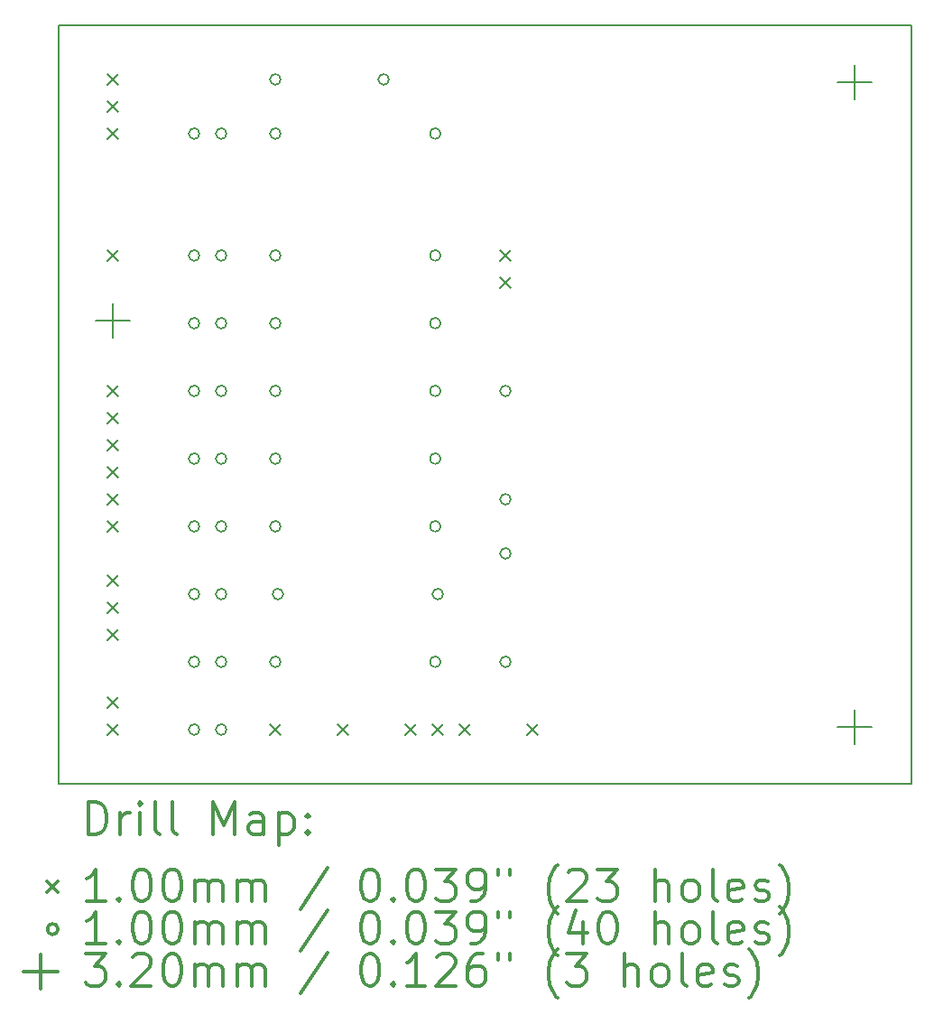
<source format=gbr>
%FSLAX45Y45*%
G04 Gerber Fmt 4.5, Leading zero omitted, Abs format (unit mm)*
G04 Created by KiCad (PCBNEW 5.1.9+dfsg1-1+deb11u1) date 2023-10-22 21:49:38*
%MOMM*%
%LPD*%
G01*
G04 APERTURE LIST*
%TA.AperFunction,Profile*%
%ADD10C,0.150000*%
%TD*%
%ADD11C,0.200000*%
%ADD12C,0.300000*%
G04 APERTURE END LIST*
D10*
X18516600Y-12928600D02*
X14833600Y-12928600D01*
X18516600Y-5816600D02*
X18516600Y-12928600D01*
X10515600Y-5816600D02*
X18516600Y-5816600D01*
X10515600Y-6324600D02*
X10515600Y-5816600D01*
X10515600Y-6324600D02*
X10515600Y-12928600D01*
X10515600Y-12928600D02*
X14833600Y-12928600D01*
X10515600Y-12420600D02*
X10515600Y-12928600D01*
D11*
X10973600Y-6274600D02*
X11073600Y-6374600D01*
X11073600Y-6274600D02*
X10973600Y-6374600D01*
X10973600Y-6528600D02*
X11073600Y-6628600D01*
X11073600Y-6528600D02*
X10973600Y-6628600D01*
X10973600Y-6782600D02*
X11073600Y-6882600D01*
X11073600Y-6782600D02*
X10973600Y-6882600D01*
X10973600Y-7925600D02*
X11073600Y-8025600D01*
X11073600Y-7925600D02*
X10973600Y-8025600D01*
X10973600Y-9195600D02*
X11073600Y-9295600D01*
X11073600Y-9195600D02*
X10973600Y-9295600D01*
X10973600Y-9449600D02*
X11073600Y-9549600D01*
X11073600Y-9449600D02*
X10973600Y-9549600D01*
X10973600Y-9703600D02*
X11073600Y-9803600D01*
X11073600Y-9703600D02*
X10973600Y-9803600D01*
X10973600Y-9957600D02*
X11073600Y-10057600D01*
X11073600Y-9957600D02*
X10973600Y-10057600D01*
X10973600Y-10211600D02*
X11073600Y-10311600D01*
X11073600Y-10211600D02*
X10973600Y-10311600D01*
X10973600Y-10465600D02*
X11073600Y-10565600D01*
X11073600Y-10465600D02*
X10973600Y-10565600D01*
X10973600Y-10973600D02*
X11073600Y-11073600D01*
X11073600Y-10973600D02*
X10973600Y-11073600D01*
X10973600Y-11227600D02*
X11073600Y-11327600D01*
X11073600Y-11227600D02*
X10973600Y-11327600D01*
X10973600Y-11481600D02*
X11073600Y-11581600D01*
X11073600Y-11481600D02*
X10973600Y-11581600D01*
X10973600Y-12116600D02*
X11073600Y-12216600D01*
X11073600Y-12116600D02*
X10973600Y-12216600D01*
X10973600Y-12370600D02*
X11073600Y-12470600D01*
X11073600Y-12370600D02*
X10973600Y-12470600D01*
X12497600Y-12370600D02*
X12597600Y-12470600D01*
X12597600Y-12370600D02*
X12497600Y-12470600D01*
X13132600Y-12370600D02*
X13232600Y-12470600D01*
X13232600Y-12370600D02*
X13132600Y-12470600D01*
X13767600Y-12370600D02*
X13867600Y-12470600D01*
X13867600Y-12370600D02*
X13767600Y-12470600D01*
X14021600Y-12370600D02*
X14121600Y-12470600D01*
X14121600Y-12370600D02*
X14021600Y-12470600D01*
X14275600Y-12370600D02*
X14375600Y-12470600D01*
X14375600Y-12370600D02*
X14275600Y-12470600D01*
X14656600Y-7925600D02*
X14756600Y-8025600D01*
X14756600Y-7925600D02*
X14656600Y-8025600D01*
X14656600Y-8179600D02*
X14756600Y-8279600D01*
X14756600Y-8179600D02*
X14656600Y-8279600D01*
X14910600Y-12370600D02*
X15010600Y-12470600D01*
X15010600Y-12370600D02*
X14910600Y-12470600D01*
X11835638Y-6832600D02*
G75*
G03*
X11835638Y-6832600I-50038J0D01*
G01*
X11835638Y-7975600D02*
G75*
G03*
X11835638Y-7975600I-50038J0D01*
G01*
X11835638Y-8610600D02*
G75*
G03*
X11835638Y-8610600I-50038J0D01*
G01*
X11835638Y-9245600D02*
G75*
G03*
X11835638Y-9245600I-50038J0D01*
G01*
X11835638Y-9880600D02*
G75*
G03*
X11835638Y-9880600I-50038J0D01*
G01*
X11835638Y-10515600D02*
G75*
G03*
X11835638Y-10515600I-50038J0D01*
G01*
X11835638Y-11150600D02*
G75*
G03*
X11835638Y-11150600I-50038J0D01*
G01*
X11835638Y-11785600D02*
G75*
G03*
X11835638Y-11785600I-50038J0D01*
G01*
X11835638Y-12420600D02*
G75*
G03*
X11835638Y-12420600I-50038J0D01*
G01*
X12089638Y-6832600D02*
G75*
G03*
X12089638Y-6832600I-50038J0D01*
G01*
X12089638Y-7975600D02*
G75*
G03*
X12089638Y-7975600I-50038J0D01*
G01*
X12089638Y-8610600D02*
G75*
G03*
X12089638Y-8610600I-50038J0D01*
G01*
X12089638Y-9245600D02*
G75*
G03*
X12089638Y-9245600I-50038J0D01*
G01*
X12089638Y-9880600D02*
G75*
G03*
X12089638Y-9880600I-50038J0D01*
G01*
X12089638Y-10515600D02*
G75*
G03*
X12089638Y-10515600I-50038J0D01*
G01*
X12089638Y-11150600D02*
G75*
G03*
X12089638Y-11150600I-50038J0D01*
G01*
X12089638Y-11785600D02*
G75*
G03*
X12089638Y-11785600I-50038J0D01*
G01*
X12089638Y-12420600D02*
G75*
G03*
X12089638Y-12420600I-50038J0D01*
G01*
X12597638Y-6324854D02*
G75*
G03*
X12597638Y-6324854I-50038J0D01*
G01*
X12597638Y-6832600D02*
G75*
G03*
X12597638Y-6832600I-50038J0D01*
G01*
X12597638Y-7975600D02*
G75*
G03*
X12597638Y-7975600I-50038J0D01*
G01*
X12597638Y-8610600D02*
G75*
G03*
X12597638Y-8610600I-50038J0D01*
G01*
X12597638Y-9245600D02*
G75*
G03*
X12597638Y-9245600I-50038J0D01*
G01*
X12597638Y-9880600D02*
G75*
G03*
X12597638Y-9880600I-50038J0D01*
G01*
X12597638Y-10515600D02*
G75*
G03*
X12597638Y-10515600I-50038J0D01*
G01*
X12597638Y-11785600D02*
G75*
G03*
X12597638Y-11785600I-50038J0D01*
G01*
X12621638Y-11150600D02*
G75*
G03*
X12621638Y-11150600I-50038J0D01*
G01*
X13613638Y-6324854D02*
G75*
G03*
X13613638Y-6324854I-50038J0D01*
G01*
X14097638Y-6832600D02*
G75*
G03*
X14097638Y-6832600I-50038J0D01*
G01*
X14097638Y-7975600D02*
G75*
G03*
X14097638Y-7975600I-50038J0D01*
G01*
X14097638Y-8610600D02*
G75*
G03*
X14097638Y-8610600I-50038J0D01*
G01*
X14097638Y-9245600D02*
G75*
G03*
X14097638Y-9245600I-50038J0D01*
G01*
X14097638Y-9880600D02*
G75*
G03*
X14097638Y-9880600I-50038J0D01*
G01*
X14097638Y-10515600D02*
G75*
G03*
X14097638Y-10515600I-50038J0D01*
G01*
X14097638Y-11785600D02*
G75*
G03*
X14097638Y-11785600I-50038J0D01*
G01*
X14121638Y-11150600D02*
G75*
G03*
X14121638Y-11150600I-50038J0D01*
G01*
X14756384Y-9245600D02*
G75*
G03*
X14756384Y-9245600I-50038J0D01*
G01*
X14756384Y-10261600D02*
G75*
G03*
X14756384Y-10261600I-50038J0D01*
G01*
X14756892Y-10769600D02*
G75*
G03*
X14756892Y-10769600I-50038J0D01*
G01*
X14756892Y-11785600D02*
G75*
G03*
X14756892Y-11785600I-50038J0D01*
G01*
X11023600Y-8425200D02*
X11023600Y-8745200D01*
X10863600Y-8585200D02*
X11183600Y-8585200D01*
X17983200Y-6190000D02*
X17983200Y-6510000D01*
X17823200Y-6350000D02*
X18143200Y-6350000D01*
X17983200Y-12235200D02*
X17983200Y-12555200D01*
X17823200Y-12395200D02*
X18143200Y-12395200D01*
D12*
X10794528Y-13401814D02*
X10794528Y-13101814D01*
X10865957Y-13101814D01*
X10908814Y-13116100D01*
X10937386Y-13144671D01*
X10951671Y-13173243D01*
X10965957Y-13230386D01*
X10965957Y-13273243D01*
X10951671Y-13330386D01*
X10937386Y-13358957D01*
X10908814Y-13387529D01*
X10865957Y-13401814D01*
X10794528Y-13401814D01*
X11094528Y-13401814D02*
X11094528Y-13201814D01*
X11094528Y-13258957D02*
X11108814Y-13230386D01*
X11123100Y-13216100D01*
X11151671Y-13201814D01*
X11180243Y-13201814D01*
X11280243Y-13401814D02*
X11280243Y-13201814D01*
X11280243Y-13101814D02*
X11265957Y-13116100D01*
X11280243Y-13130386D01*
X11294528Y-13116100D01*
X11280243Y-13101814D01*
X11280243Y-13130386D01*
X11465957Y-13401814D02*
X11437386Y-13387529D01*
X11423100Y-13358957D01*
X11423100Y-13101814D01*
X11623100Y-13401814D02*
X11594528Y-13387529D01*
X11580243Y-13358957D01*
X11580243Y-13101814D01*
X11965957Y-13401814D02*
X11965957Y-13101814D01*
X12065957Y-13316100D01*
X12165957Y-13101814D01*
X12165957Y-13401814D01*
X12437386Y-13401814D02*
X12437386Y-13244671D01*
X12423100Y-13216100D01*
X12394528Y-13201814D01*
X12337386Y-13201814D01*
X12308814Y-13216100D01*
X12437386Y-13387529D02*
X12408814Y-13401814D01*
X12337386Y-13401814D01*
X12308814Y-13387529D01*
X12294528Y-13358957D01*
X12294528Y-13330386D01*
X12308814Y-13301814D01*
X12337386Y-13287529D01*
X12408814Y-13287529D01*
X12437386Y-13273243D01*
X12580243Y-13201814D02*
X12580243Y-13501814D01*
X12580243Y-13216100D02*
X12608814Y-13201814D01*
X12665957Y-13201814D01*
X12694528Y-13216100D01*
X12708814Y-13230386D01*
X12723100Y-13258957D01*
X12723100Y-13344671D01*
X12708814Y-13373243D01*
X12694528Y-13387529D01*
X12665957Y-13401814D01*
X12608814Y-13401814D01*
X12580243Y-13387529D01*
X12851671Y-13373243D02*
X12865957Y-13387529D01*
X12851671Y-13401814D01*
X12837386Y-13387529D01*
X12851671Y-13373243D01*
X12851671Y-13401814D01*
X12851671Y-13216100D02*
X12865957Y-13230386D01*
X12851671Y-13244671D01*
X12837386Y-13230386D01*
X12851671Y-13216100D01*
X12851671Y-13244671D01*
X10408100Y-13846100D02*
X10508100Y-13946100D01*
X10508100Y-13846100D02*
X10408100Y-13946100D01*
X10951671Y-14031814D02*
X10780243Y-14031814D01*
X10865957Y-14031814D02*
X10865957Y-13731814D01*
X10837386Y-13774671D01*
X10808814Y-13803243D01*
X10780243Y-13817529D01*
X11080243Y-14003243D02*
X11094528Y-14017529D01*
X11080243Y-14031814D01*
X11065957Y-14017529D01*
X11080243Y-14003243D01*
X11080243Y-14031814D01*
X11280243Y-13731814D02*
X11308814Y-13731814D01*
X11337386Y-13746100D01*
X11351671Y-13760386D01*
X11365957Y-13788957D01*
X11380243Y-13846100D01*
X11380243Y-13917529D01*
X11365957Y-13974671D01*
X11351671Y-14003243D01*
X11337386Y-14017529D01*
X11308814Y-14031814D01*
X11280243Y-14031814D01*
X11251671Y-14017529D01*
X11237386Y-14003243D01*
X11223100Y-13974671D01*
X11208814Y-13917529D01*
X11208814Y-13846100D01*
X11223100Y-13788957D01*
X11237386Y-13760386D01*
X11251671Y-13746100D01*
X11280243Y-13731814D01*
X11565957Y-13731814D02*
X11594528Y-13731814D01*
X11623100Y-13746100D01*
X11637386Y-13760386D01*
X11651671Y-13788957D01*
X11665957Y-13846100D01*
X11665957Y-13917529D01*
X11651671Y-13974671D01*
X11637386Y-14003243D01*
X11623100Y-14017529D01*
X11594528Y-14031814D01*
X11565957Y-14031814D01*
X11537386Y-14017529D01*
X11523100Y-14003243D01*
X11508814Y-13974671D01*
X11494528Y-13917529D01*
X11494528Y-13846100D01*
X11508814Y-13788957D01*
X11523100Y-13760386D01*
X11537386Y-13746100D01*
X11565957Y-13731814D01*
X11794528Y-14031814D02*
X11794528Y-13831814D01*
X11794528Y-13860386D02*
X11808814Y-13846100D01*
X11837386Y-13831814D01*
X11880243Y-13831814D01*
X11908814Y-13846100D01*
X11923100Y-13874671D01*
X11923100Y-14031814D01*
X11923100Y-13874671D02*
X11937386Y-13846100D01*
X11965957Y-13831814D01*
X12008814Y-13831814D01*
X12037386Y-13846100D01*
X12051671Y-13874671D01*
X12051671Y-14031814D01*
X12194528Y-14031814D02*
X12194528Y-13831814D01*
X12194528Y-13860386D02*
X12208814Y-13846100D01*
X12237386Y-13831814D01*
X12280243Y-13831814D01*
X12308814Y-13846100D01*
X12323100Y-13874671D01*
X12323100Y-14031814D01*
X12323100Y-13874671D02*
X12337386Y-13846100D01*
X12365957Y-13831814D01*
X12408814Y-13831814D01*
X12437386Y-13846100D01*
X12451671Y-13874671D01*
X12451671Y-14031814D01*
X13037386Y-13717529D02*
X12780243Y-14103243D01*
X13423100Y-13731814D02*
X13451671Y-13731814D01*
X13480243Y-13746100D01*
X13494528Y-13760386D01*
X13508814Y-13788957D01*
X13523100Y-13846100D01*
X13523100Y-13917529D01*
X13508814Y-13974671D01*
X13494528Y-14003243D01*
X13480243Y-14017529D01*
X13451671Y-14031814D01*
X13423100Y-14031814D01*
X13394528Y-14017529D01*
X13380243Y-14003243D01*
X13365957Y-13974671D01*
X13351671Y-13917529D01*
X13351671Y-13846100D01*
X13365957Y-13788957D01*
X13380243Y-13760386D01*
X13394528Y-13746100D01*
X13423100Y-13731814D01*
X13651671Y-14003243D02*
X13665957Y-14017529D01*
X13651671Y-14031814D01*
X13637386Y-14017529D01*
X13651671Y-14003243D01*
X13651671Y-14031814D01*
X13851671Y-13731814D02*
X13880243Y-13731814D01*
X13908814Y-13746100D01*
X13923100Y-13760386D01*
X13937386Y-13788957D01*
X13951671Y-13846100D01*
X13951671Y-13917529D01*
X13937386Y-13974671D01*
X13923100Y-14003243D01*
X13908814Y-14017529D01*
X13880243Y-14031814D01*
X13851671Y-14031814D01*
X13823100Y-14017529D01*
X13808814Y-14003243D01*
X13794528Y-13974671D01*
X13780243Y-13917529D01*
X13780243Y-13846100D01*
X13794528Y-13788957D01*
X13808814Y-13760386D01*
X13823100Y-13746100D01*
X13851671Y-13731814D01*
X14051671Y-13731814D02*
X14237386Y-13731814D01*
X14137386Y-13846100D01*
X14180243Y-13846100D01*
X14208814Y-13860386D01*
X14223100Y-13874671D01*
X14237386Y-13903243D01*
X14237386Y-13974671D01*
X14223100Y-14003243D01*
X14208814Y-14017529D01*
X14180243Y-14031814D01*
X14094528Y-14031814D01*
X14065957Y-14017529D01*
X14051671Y-14003243D01*
X14380243Y-14031814D02*
X14437386Y-14031814D01*
X14465957Y-14017529D01*
X14480243Y-14003243D01*
X14508814Y-13960386D01*
X14523100Y-13903243D01*
X14523100Y-13788957D01*
X14508814Y-13760386D01*
X14494528Y-13746100D01*
X14465957Y-13731814D01*
X14408814Y-13731814D01*
X14380243Y-13746100D01*
X14365957Y-13760386D01*
X14351671Y-13788957D01*
X14351671Y-13860386D01*
X14365957Y-13888957D01*
X14380243Y-13903243D01*
X14408814Y-13917529D01*
X14465957Y-13917529D01*
X14494528Y-13903243D01*
X14508814Y-13888957D01*
X14523100Y-13860386D01*
X14637386Y-13731814D02*
X14637386Y-13788957D01*
X14751671Y-13731814D02*
X14751671Y-13788957D01*
X15194528Y-14146100D02*
X15180243Y-14131814D01*
X15151671Y-14088957D01*
X15137386Y-14060386D01*
X15123100Y-14017529D01*
X15108814Y-13946100D01*
X15108814Y-13888957D01*
X15123100Y-13817529D01*
X15137386Y-13774671D01*
X15151671Y-13746100D01*
X15180243Y-13703243D01*
X15194528Y-13688957D01*
X15294528Y-13760386D02*
X15308814Y-13746100D01*
X15337386Y-13731814D01*
X15408814Y-13731814D01*
X15437386Y-13746100D01*
X15451671Y-13760386D01*
X15465957Y-13788957D01*
X15465957Y-13817529D01*
X15451671Y-13860386D01*
X15280243Y-14031814D01*
X15465957Y-14031814D01*
X15565957Y-13731814D02*
X15751671Y-13731814D01*
X15651671Y-13846100D01*
X15694528Y-13846100D01*
X15723100Y-13860386D01*
X15737386Y-13874671D01*
X15751671Y-13903243D01*
X15751671Y-13974671D01*
X15737386Y-14003243D01*
X15723100Y-14017529D01*
X15694528Y-14031814D01*
X15608814Y-14031814D01*
X15580243Y-14017529D01*
X15565957Y-14003243D01*
X16108814Y-14031814D02*
X16108814Y-13731814D01*
X16237386Y-14031814D02*
X16237386Y-13874671D01*
X16223100Y-13846100D01*
X16194528Y-13831814D01*
X16151671Y-13831814D01*
X16123100Y-13846100D01*
X16108814Y-13860386D01*
X16423100Y-14031814D02*
X16394528Y-14017529D01*
X16380243Y-14003243D01*
X16365957Y-13974671D01*
X16365957Y-13888957D01*
X16380243Y-13860386D01*
X16394528Y-13846100D01*
X16423100Y-13831814D01*
X16465957Y-13831814D01*
X16494528Y-13846100D01*
X16508814Y-13860386D01*
X16523100Y-13888957D01*
X16523100Y-13974671D01*
X16508814Y-14003243D01*
X16494528Y-14017529D01*
X16465957Y-14031814D01*
X16423100Y-14031814D01*
X16694528Y-14031814D02*
X16665957Y-14017529D01*
X16651671Y-13988957D01*
X16651671Y-13731814D01*
X16923100Y-14017529D02*
X16894528Y-14031814D01*
X16837386Y-14031814D01*
X16808814Y-14017529D01*
X16794528Y-13988957D01*
X16794528Y-13874671D01*
X16808814Y-13846100D01*
X16837386Y-13831814D01*
X16894528Y-13831814D01*
X16923100Y-13846100D01*
X16937386Y-13874671D01*
X16937386Y-13903243D01*
X16794528Y-13931814D01*
X17051671Y-14017529D02*
X17080243Y-14031814D01*
X17137386Y-14031814D01*
X17165957Y-14017529D01*
X17180243Y-13988957D01*
X17180243Y-13974671D01*
X17165957Y-13946100D01*
X17137386Y-13931814D01*
X17094528Y-13931814D01*
X17065957Y-13917529D01*
X17051671Y-13888957D01*
X17051671Y-13874671D01*
X17065957Y-13846100D01*
X17094528Y-13831814D01*
X17137386Y-13831814D01*
X17165957Y-13846100D01*
X17280243Y-14146100D02*
X17294528Y-14131814D01*
X17323100Y-14088957D01*
X17337386Y-14060386D01*
X17351671Y-14017529D01*
X17365957Y-13946100D01*
X17365957Y-13888957D01*
X17351671Y-13817529D01*
X17337386Y-13774671D01*
X17323100Y-13746100D01*
X17294528Y-13703243D01*
X17280243Y-13688957D01*
X10508100Y-14292100D02*
G75*
G03*
X10508100Y-14292100I-50038J0D01*
G01*
X10951671Y-14427814D02*
X10780243Y-14427814D01*
X10865957Y-14427814D02*
X10865957Y-14127814D01*
X10837386Y-14170671D01*
X10808814Y-14199243D01*
X10780243Y-14213529D01*
X11080243Y-14399243D02*
X11094528Y-14413529D01*
X11080243Y-14427814D01*
X11065957Y-14413529D01*
X11080243Y-14399243D01*
X11080243Y-14427814D01*
X11280243Y-14127814D02*
X11308814Y-14127814D01*
X11337386Y-14142100D01*
X11351671Y-14156386D01*
X11365957Y-14184957D01*
X11380243Y-14242100D01*
X11380243Y-14313529D01*
X11365957Y-14370671D01*
X11351671Y-14399243D01*
X11337386Y-14413529D01*
X11308814Y-14427814D01*
X11280243Y-14427814D01*
X11251671Y-14413529D01*
X11237386Y-14399243D01*
X11223100Y-14370671D01*
X11208814Y-14313529D01*
X11208814Y-14242100D01*
X11223100Y-14184957D01*
X11237386Y-14156386D01*
X11251671Y-14142100D01*
X11280243Y-14127814D01*
X11565957Y-14127814D02*
X11594528Y-14127814D01*
X11623100Y-14142100D01*
X11637386Y-14156386D01*
X11651671Y-14184957D01*
X11665957Y-14242100D01*
X11665957Y-14313529D01*
X11651671Y-14370671D01*
X11637386Y-14399243D01*
X11623100Y-14413529D01*
X11594528Y-14427814D01*
X11565957Y-14427814D01*
X11537386Y-14413529D01*
X11523100Y-14399243D01*
X11508814Y-14370671D01*
X11494528Y-14313529D01*
X11494528Y-14242100D01*
X11508814Y-14184957D01*
X11523100Y-14156386D01*
X11537386Y-14142100D01*
X11565957Y-14127814D01*
X11794528Y-14427814D02*
X11794528Y-14227814D01*
X11794528Y-14256386D02*
X11808814Y-14242100D01*
X11837386Y-14227814D01*
X11880243Y-14227814D01*
X11908814Y-14242100D01*
X11923100Y-14270671D01*
X11923100Y-14427814D01*
X11923100Y-14270671D02*
X11937386Y-14242100D01*
X11965957Y-14227814D01*
X12008814Y-14227814D01*
X12037386Y-14242100D01*
X12051671Y-14270671D01*
X12051671Y-14427814D01*
X12194528Y-14427814D02*
X12194528Y-14227814D01*
X12194528Y-14256386D02*
X12208814Y-14242100D01*
X12237386Y-14227814D01*
X12280243Y-14227814D01*
X12308814Y-14242100D01*
X12323100Y-14270671D01*
X12323100Y-14427814D01*
X12323100Y-14270671D02*
X12337386Y-14242100D01*
X12365957Y-14227814D01*
X12408814Y-14227814D01*
X12437386Y-14242100D01*
X12451671Y-14270671D01*
X12451671Y-14427814D01*
X13037386Y-14113529D02*
X12780243Y-14499243D01*
X13423100Y-14127814D02*
X13451671Y-14127814D01*
X13480243Y-14142100D01*
X13494528Y-14156386D01*
X13508814Y-14184957D01*
X13523100Y-14242100D01*
X13523100Y-14313529D01*
X13508814Y-14370671D01*
X13494528Y-14399243D01*
X13480243Y-14413529D01*
X13451671Y-14427814D01*
X13423100Y-14427814D01*
X13394528Y-14413529D01*
X13380243Y-14399243D01*
X13365957Y-14370671D01*
X13351671Y-14313529D01*
X13351671Y-14242100D01*
X13365957Y-14184957D01*
X13380243Y-14156386D01*
X13394528Y-14142100D01*
X13423100Y-14127814D01*
X13651671Y-14399243D02*
X13665957Y-14413529D01*
X13651671Y-14427814D01*
X13637386Y-14413529D01*
X13651671Y-14399243D01*
X13651671Y-14427814D01*
X13851671Y-14127814D02*
X13880243Y-14127814D01*
X13908814Y-14142100D01*
X13923100Y-14156386D01*
X13937386Y-14184957D01*
X13951671Y-14242100D01*
X13951671Y-14313529D01*
X13937386Y-14370671D01*
X13923100Y-14399243D01*
X13908814Y-14413529D01*
X13880243Y-14427814D01*
X13851671Y-14427814D01*
X13823100Y-14413529D01*
X13808814Y-14399243D01*
X13794528Y-14370671D01*
X13780243Y-14313529D01*
X13780243Y-14242100D01*
X13794528Y-14184957D01*
X13808814Y-14156386D01*
X13823100Y-14142100D01*
X13851671Y-14127814D01*
X14051671Y-14127814D02*
X14237386Y-14127814D01*
X14137386Y-14242100D01*
X14180243Y-14242100D01*
X14208814Y-14256386D01*
X14223100Y-14270671D01*
X14237386Y-14299243D01*
X14237386Y-14370671D01*
X14223100Y-14399243D01*
X14208814Y-14413529D01*
X14180243Y-14427814D01*
X14094528Y-14427814D01*
X14065957Y-14413529D01*
X14051671Y-14399243D01*
X14380243Y-14427814D02*
X14437386Y-14427814D01*
X14465957Y-14413529D01*
X14480243Y-14399243D01*
X14508814Y-14356386D01*
X14523100Y-14299243D01*
X14523100Y-14184957D01*
X14508814Y-14156386D01*
X14494528Y-14142100D01*
X14465957Y-14127814D01*
X14408814Y-14127814D01*
X14380243Y-14142100D01*
X14365957Y-14156386D01*
X14351671Y-14184957D01*
X14351671Y-14256386D01*
X14365957Y-14284957D01*
X14380243Y-14299243D01*
X14408814Y-14313529D01*
X14465957Y-14313529D01*
X14494528Y-14299243D01*
X14508814Y-14284957D01*
X14523100Y-14256386D01*
X14637386Y-14127814D02*
X14637386Y-14184957D01*
X14751671Y-14127814D02*
X14751671Y-14184957D01*
X15194528Y-14542100D02*
X15180243Y-14527814D01*
X15151671Y-14484957D01*
X15137386Y-14456386D01*
X15123100Y-14413529D01*
X15108814Y-14342100D01*
X15108814Y-14284957D01*
X15123100Y-14213529D01*
X15137386Y-14170671D01*
X15151671Y-14142100D01*
X15180243Y-14099243D01*
X15194528Y-14084957D01*
X15437386Y-14227814D02*
X15437386Y-14427814D01*
X15365957Y-14113529D02*
X15294528Y-14327814D01*
X15480243Y-14327814D01*
X15651671Y-14127814D02*
X15680243Y-14127814D01*
X15708814Y-14142100D01*
X15723100Y-14156386D01*
X15737386Y-14184957D01*
X15751671Y-14242100D01*
X15751671Y-14313529D01*
X15737386Y-14370671D01*
X15723100Y-14399243D01*
X15708814Y-14413529D01*
X15680243Y-14427814D01*
X15651671Y-14427814D01*
X15623100Y-14413529D01*
X15608814Y-14399243D01*
X15594528Y-14370671D01*
X15580243Y-14313529D01*
X15580243Y-14242100D01*
X15594528Y-14184957D01*
X15608814Y-14156386D01*
X15623100Y-14142100D01*
X15651671Y-14127814D01*
X16108814Y-14427814D02*
X16108814Y-14127814D01*
X16237386Y-14427814D02*
X16237386Y-14270671D01*
X16223100Y-14242100D01*
X16194528Y-14227814D01*
X16151671Y-14227814D01*
X16123100Y-14242100D01*
X16108814Y-14256386D01*
X16423100Y-14427814D02*
X16394528Y-14413529D01*
X16380243Y-14399243D01*
X16365957Y-14370671D01*
X16365957Y-14284957D01*
X16380243Y-14256386D01*
X16394528Y-14242100D01*
X16423100Y-14227814D01*
X16465957Y-14227814D01*
X16494528Y-14242100D01*
X16508814Y-14256386D01*
X16523100Y-14284957D01*
X16523100Y-14370671D01*
X16508814Y-14399243D01*
X16494528Y-14413529D01*
X16465957Y-14427814D01*
X16423100Y-14427814D01*
X16694528Y-14427814D02*
X16665957Y-14413529D01*
X16651671Y-14384957D01*
X16651671Y-14127814D01*
X16923100Y-14413529D02*
X16894528Y-14427814D01*
X16837386Y-14427814D01*
X16808814Y-14413529D01*
X16794528Y-14384957D01*
X16794528Y-14270671D01*
X16808814Y-14242100D01*
X16837386Y-14227814D01*
X16894528Y-14227814D01*
X16923100Y-14242100D01*
X16937386Y-14270671D01*
X16937386Y-14299243D01*
X16794528Y-14327814D01*
X17051671Y-14413529D02*
X17080243Y-14427814D01*
X17137386Y-14427814D01*
X17165957Y-14413529D01*
X17180243Y-14384957D01*
X17180243Y-14370671D01*
X17165957Y-14342100D01*
X17137386Y-14327814D01*
X17094528Y-14327814D01*
X17065957Y-14313529D01*
X17051671Y-14284957D01*
X17051671Y-14270671D01*
X17065957Y-14242100D01*
X17094528Y-14227814D01*
X17137386Y-14227814D01*
X17165957Y-14242100D01*
X17280243Y-14542100D02*
X17294528Y-14527814D01*
X17323100Y-14484957D01*
X17337386Y-14456386D01*
X17351671Y-14413529D01*
X17365957Y-14342100D01*
X17365957Y-14284957D01*
X17351671Y-14213529D01*
X17337386Y-14170671D01*
X17323100Y-14142100D01*
X17294528Y-14099243D01*
X17280243Y-14084957D01*
X10348100Y-14528100D02*
X10348100Y-14848100D01*
X10188100Y-14688100D02*
X10508100Y-14688100D01*
X10765957Y-14523814D02*
X10951671Y-14523814D01*
X10851671Y-14638100D01*
X10894528Y-14638100D01*
X10923100Y-14652386D01*
X10937386Y-14666671D01*
X10951671Y-14695243D01*
X10951671Y-14766671D01*
X10937386Y-14795243D01*
X10923100Y-14809529D01*
X10894528Y-14823814D01*
X10808814Y-14823814D01*
X10780243Y-14809529D01*
X10765957Y-14795243D01*
X11080243Y-14795243D02*
X11094528Y-14809529D01*
X11080243Y-14823814D01*
X11065957Y-14809529D01*
X11080243Y-14795243D01*
X11080243Y-14823814D01*
X11208814Y-14552386D02*
X11223100Y-14538100D01*
X11251671Y-14523814D01*
X11323100Y-14523814D01*
X11351671Y-14538100D01*
X11365957Y-14552386D01*
X11380243Y-14580957D01*
X11380243Y-14609529D01*
X11365957Y-14652386D01*
X11194528Y-14823814D01*
X11380243Y-14823814D01*
X11565957Y-14523814D02*
X11594528Y-14523814D01*
X11623100Y-14538100D01*
X11637386Y-14552386D01*
X11651671Y-14580957D01*
X11665957Y-14638100D01*
X11665957Y-14709529D01*
X11651671Y-14766671D01*
X11637386Y-14795243D01*
X11623100Y-14809529D01*
X11594528Y-14823814D01*
X11565957Y-14823814D01*
X11537386Y-14809529D01*
X11523100Y-14795243D01*
X11508814Y-14766671D01*
X11494528Y-14709529D01*
X11494528Y-14638100D01*
X11508814Y-14580957D01*
X11523100Y-14552386D01*
X11537386Y-14538100D01*
X11565957Y-14523814D01*
X11794528Y-14823814D02*
X11794528Y-14623814D01*
X11794528Y-14652386D02*
X11808814Y-14638100D01*
X11837386Y-14623814D01*
X11880243Y-14623814D01*
X11908814Y-14638100D01*
X11923100Y-14666671D01*
X11923100Y-14823814D01*
X11923100Y-14666671D02*
X11937386Y-14638100D01*
X11965957Y-14623814D01*
X12008814Y-14623814D01*
X12037386Y-14638100D01*
X12051671Y-14666671D01*
X12051671Y-14823814D01*
X12194528Y-14823814D02*
X12194528Y-14623814D01*
X12194528Y-14652386D02*
X12208814Y-14638100D01*
X12237386Y-14623814D01*
X12280243Y-14623814D01*
X12308814Y-14638100D01*
X12323100Y-14666671D01*
X12323100Y-14823814D01*
X12323100Y-14666671D02*
X12337386Y-14638100D01*
X12365957Y-14623814D01*
X12408814Y-14623814D01*
X12437386Y-14638100D01*
X12451671Y-14666671D01*
X12451671Y-14823814D01*
X13037386Y-14509529D02*
X12780243Y-14895243D01*
X13423100Y-14523814D02*
X13451671Y-14523814D01*
X13480243Y-14538100D01*
X13494528Y-14552386D01*
X13508814Y-14580957D01*
X13523100Y-14638100D01*
X13523100Y-14709529D01*
X13508814Y-14766671D01*
X13494528Y-14795243D01*
X13480243Y-14809529D01*
X13451671Y-14823814D01*
X13423100Y-14823814D01*
X13394528Y-14809529D01*
X13380243Y-14795243D01*
X13365957Y-14766671D01*
X13351671Y-14709529D01*
X13351671Y-14638100D01*
X13365957Y-14580957D01*
X13380243Y-14552386D01*
X13394528Y-14538100D01*
X13423100Y-14523814D01*
X13651671Y-14795243D02*
X13665957Y-14809529D01*
X13651671Y-14823814D01*
X13637386Y-14809529D01*
X13651671Y-14795243D01*
X13651671Y-14823814D01*
X13951671Y-14823814D02*
X13780243Y-14823814D01*
X13865957Y-14823814D02*
X13865957Y-14523814D01*
X13837386Y-14566671D01*
X13808814Y-14595243D01*
X13780243Y-14609529D01*
X14065957Y-14552386D02*
X14080243Y-14538100D01*
X14108814Y-14523814D01*
X14180243Y-14523814D01*
X14208814Y-14538100D01*
X14223100Y-14552386D01*
X14237386Y-14580957D01*
X14237386Y-14609529D01*
X14223100Y-14652386D01*
X14051671Y-14823814D01*
X14237386Y-14823814D01*
X14494528Y-14523814D02*
X14437386Y-14523814D01*
X14408814Y-14538100D01*
X14394528Y-14552386D01*
X14365957Y-14595243D01*
X14351671Y-14652386D01*
X14351671Y-14766671D01*
X14365957Y-14795243D01*
X14380243Y-14809529D01*
X14408814Y-14823814D01*
X14465957Y-14823814D01*
X14494528Y-14809529D01*
X14508814Y-14795243D01*
X14523100Y-14766671D01*
X14523100Y-14695243D01*
X14508814Y-14666671D01*
X14494528Y-14652386D01*
X14465957Y-14638100D01*
X14408814Y-14638100D01*
X14380243Y-14652386D01*
X14365957Y-14666671D01*
X14351671Y-14695243D01*
X14637386Y-14523814D02*
X14637386Y-14580957D01*
X14751671Y-14523814D02*
X14751671Y-14580957D01*
X15194528Y-14938100D02*
X15180243Y-14923814D01*
X15151671Y-14880957D01*
X15137386Y-14852386D01*
X15123100Y-14809529D01*
X15108814Y-14738100D01*
X15108814Y-14680957D01*
X15123100Y-14609529D01*
X15137386Y-14566671D01*
X15151671Y-14538100D01*
X15180243Y-14495243D01*
X15194528Y-14480957D01*
X15280243Y-14523814D02*
X15465957Y-14523814D01*
X15365957Y-14638100D01*
X15408814Y-14638100D01*
X15437386Y-14652386D01*
X15451671Y-14666671D01*
X15465957Y-14695243D01*
X15465957Y-14766671D01*
X15451671Y-14795243D01*
X15437386Y-14809529D01*
X15408814Y-14823814D01*
X15323100Y-14823814D01*
X15294528Y-14809529D01*
X15280243Y-14795243D01*
X15823100Y-14823814D02*
X15823100Y-14523814D01*
X15951671Y-14823814D02*
X15951671Y-14666671D01*
X15937386Y-14638100D01*
X15908814Y-14623814D01*
X15865957Y-14623814D01*
X15837386Y-14638100D01*
X15823100Y-14652386D01*
X16137386Y-14823814D02*
X16108814Y-14809529D01*
X16094528Y-14795243D01*
X16080243Y-14766671D01*
X16080243Y-14680957D01*
X16094528Y-14652386D01*
X16108814Y-14638100D01*
X16137386Y-14623814D01*
X16180243Y-14623814D01*
X16208814Y-14638100D01*
X16223100Y-14652386D01*
X16237386Y-14680957D01*
X16237386Y-14766671D01*
X16223100Y-14795243D01*
X16208814Y-14809529D01*
X16180243Y-14823814D01*
X16137386Y-14823814D01*
X16408814Y-14823814D02*
X16380243Y-14809529D01*
X16365957Y-14780957D01*
X16365957Y-14523814D01*
X16637386Y-14809529D02*
X16608814Y-14823814D01*
X16551671Y-14823814D01*
X16523100Y-14809529D01*
X16508814Y-14780957D01*
X16508814Y-14666671D01*
X16523100Y-14638100D01*
X16551671Y-14623814D01*
X16608814Y-14623814D01*
X16637386Y-14638100D01*
X16651671Y-14666671D01*
X16651671Y-14695243D01*
X16508814Y-14723814D01*
X16765957Y-14809529D02*
X16794528Y-14823814D01*
X16851671Y-14823814D01*
X16880243Y-14809529D01*
X16894528Y-14780957D01*
X16894528Y-14766671D01*
X16880243Y-14738100D01*
X16851671Y-14723814D01*
X16808814Y-14723814D01*
X16780243Y-14709529D01*
X16765957Y-14680957D01*
X16765957Y-14666671D01*
X16780243Y-14638100D01*
X16808814Y-14623814D01*
X16851671Y-14623814D01*
X16880243Y-14638100D01*
X16994528Y-14938100D02*
X17008814Y-14923814D01*
X17037386Y-14880957D01*
X17051671Y-14852386D01*
X17065957Y-14809529D01*
X17080243Y-14738100D01*
X17080243Y-14680957D01*
X17065957Y-14609529D01*
X17051671Y-14566671D01*
X17037386Y-14538100D01*
X17008814Y-14495243D01*
X16994528Y-14480957D01*
M02*

</source>
